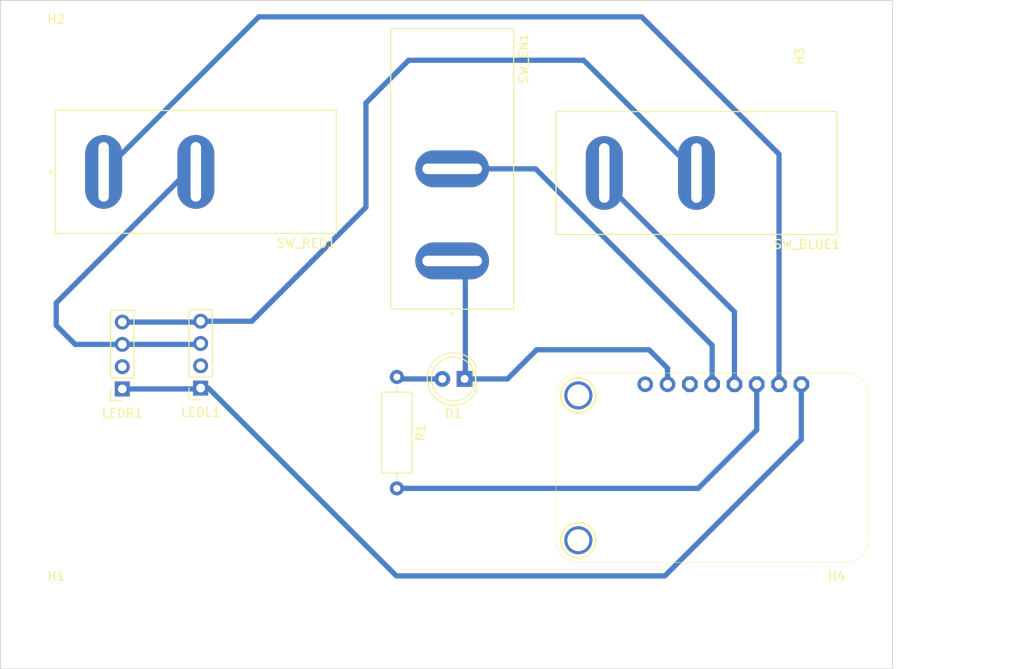
<source format=kicad_pcb>
(kicad_pcb (version 20240108) (generator "pcbnew") (generator_version "8.0")
  (layers (0 "F.Cu" signal) (31 "B.Cu" signal) (34 "B.Paste" user) (35 "F.Paste" user) (36 "B.SilkS" user "B.Silkscreen") (37 "F.SilkS" user "F.Silkscreen") (38 "B.Mask" user) (39 "F.Mask" user) (44 "Edge.Cuts" user))
  (net 0 "")
  (net 1 "/GND")
  (net 2 "Net-(D1-A)")
  (net 3 "/LEDB")
  (net 4 "/5V")
  (net 5 "/LEDR")
  (net 6 "/LB")
  (net 7 "/EN")
  (footprint "MountingHole:MountingHole_3.2mm_M3" (layer "F.Cu") (at 106.27 46.38)
    (property "Reference" "H2" (at 0 -4.2 0) (layer "F.SilkS"))
    (property "Value" "MountingHole")
    (pad "" np_thru_hole circle (at 0 0) (size 3.2 3.2) (drill 3.2) (layers "*.Cu" "*.Mask"))
  )
  (footprint "LED_THT:LED_D5.0mm" (layer "F.Cu") (at 152.79 83.175 180)
    (property "Reference" "D1" (at 1.27 -3.96 0) (layer "F.SilkS"))
    (property "Value" "LB_LED")
    (fp_line (start -1.29 -1.545) (end -1.29 1.545) (stroke (width 0.12)) (layer "F.SilkS"))
    (fp_arc (start 4.26 -0.000462) (mid 2.072002 2.880433) (end -1.29 1.54483) (stroke (width 0.12)) (layer "F.SilkS"))
    (fp_arc (start -1.29 -1.54483) (mid 2.072002 -2.880433) (end 4.26 0.000462) (stroke (width 0.12)) (layer "F.SilkS"))
    (fp_circle (center 1.27 0) (end 3.77 0) (stroke (width 0.12)) (fill none) (layer "F.SilkS"))
    (pad "1" thru_hole rect (at 0 0 180) (size 1.8 1.8) (drill 0.9) (layers "*.Cu" "*.Mask") (net 1 "/GND"))
    (pad "2" thru_hole circle (at 2.54 0 180) (size 1.8 1.8) (drill 0.9) (layers "*.Cu" "*.Mask") (net 2 "Net-(D1-A)"))
  )
  (footprint "MountingHole:MountingHole_3.2mm_M3" (layer "F.Cu") (at 195.17 109.88)
    (property "Reference" "H4" (at 0 -4.2 0) (layer "F.SilkS"))
    (property "Value" "MountingHole")
    (pad "" np_thru_hole circle (at 0 0) (size 3.2 3.2) (drill 3.2) (layers "*.Cu" "*.Mask"))
  )
  (footprint "RB141C1100:SW_RB141C1100" (layer "F.Cu") (at 122.175 59.575 180)
    (property "Reference" "SW_RED1" (at -12.575 -8.135 0) (layer "F.SilkS"))
    (property "Value" "SW_SPST")
    (fp_line (start 16 7) (end 16 -7) (stroke (width 0.127)) (layer "F.SilkS"))
    (fp_line (start 16 -7) (end -16 -7) (stroke (width 0.127)) (layer "F.SilkS"))
    (fp_line (start -16 7) (end 16 7) (stroke (width 0.127)) (layer "F.SilkS"))
    (fp_line (start -16 -7) (end -16 7) (stroke (width 0.127)) (layer "F.SilkS"))
    (fp_circle (center 16.5 0) (end 16.6 0) (stroke (width 0.2)) (fill none) (layer "F.SilkS"))
    (pad "1" thru_hole oval (at 10.5 0 180) (size 4.2 8.4) (drill oval 1.2 6.8) (layers "*.Cu" "*.Mask") (net 1 "/GND"))
    (pad "2" thru_hole oval (at 0 0 180) (size 4.2 8.4) (drill oval 1.2 6.8) (layers "*.Cu" "*.Mask") (net 5 "/LEDR"))
  )
  (footprint "Resistor_THT:R_Axial_DIN0309_L9.0mm_D3.2mm_P12.70mm_Horizontal" (layer "F.Cu") (at 145.075 82.95 -90)
    (property "Reference" "R1" (at 6.35 -2.72 90) (layer "F.SilkS"))
    (property "Value" "220")
    (fp_line (start 1.73 1.72) (end 10.97 1.72) (stroke (width 0.12)) (layer "F.SilkS"))
    (fp_line (start 10.97 1.72) (end 10.97 -1.72) (stroke (width 0.12)) (layer "F.SilkS"))
    (fp_line (start 1.04 0) (end 1.73 0) (stroke (width 0.12)) (layer "F.SilkS"))
    (fp_line (start 11.66 0) (end 10.97 0) (stroke (width 0.12)) (layer "F.SilkS"))
    (fp_line (start 1.73 -1.72) (end 1.73 1.72) (stroke (width 0.12)) (layer "F.SilkS"))
    (fp_line (start 10.97 -1.72) (end 1.73 -1.72) (stroke (width 0.12)) (layer "F.SilkS"))
    (pad "1" thru_hole circle (at 0 0 270) (size 1.6 1.6) (drill 0.8) (layers "*.Cu" "*.Mask") (net 2 "Net-(D1-A)"))
    (pad "2" thru_hole oval (at 12.7 0 270) (size 1.6 1.6) (drill 0.8) (layers "*.Cu" "*.Mask") (net 6 "/LB"))
  )
  (footprint "PowerBoostCharger:1X06-CLEANBIG" (layer "F.Cu") (at 184.795 83.78)
    (property "Reference" "JP1" (hide yes))
    (property "Value" "" (hide yes))
    (pad "1" thru_hole roundrect (at -6.35 0 90) (size 1.778 1.778) (drill 1.016) (layers "*.Cu" "*.Mask") (chamfer_ratio 0.2928932188) (chamfer top_left top_right bottom_left bottom_right))
    (pad "2" thru_hole roundrect (at -3.81 0 90) (size 1.778 1.778) (drill 1.016) (layers "*.Cu" "*.Mask") (chamfer_ratio 0.2928932188) (chamfer top_left top_right bottom_left bottom_right) (net 7 "/EN"))
    (pad "3" thru_hole roundrect (at -1.27 0 90) (size 1.778 1.778) (drill 1.016) (layers "*.Cu" "*.Mask") (chamfer_ratio 0.2928932188) (chamfer top_left top_right bottom_left bottom_right) (net 1 "/GND"))
    (pad "4" thru_hole roundrect (at 1.27 0 90) (size 1.778 1.778) (drill 1.016) (layers "*.Cu" "*.Mask") (chamfer_ratio 0.2928932188) (chamfer top_left top_right bottom_left bottom_right) (net 6 "/LB"))
    (pad "5" thru_hole roundrect (at 3.81 0 90) (size 1.778 1.778) (drill 1.016) (layers "*.Cu" "*.Mask") (chamfer_ratio 0.2928932188) (chamfer top_left top_right bottom_left bottom_right) (net 1 "/GND"))
    (pad "6" thru_hole roundrect (at 6.35 0 90) (size 1.778 1.778) (drill 1.016) (layers "*.Cu" "*.Mask") (chamfer_ratio 0.2928932188) (chamfer top_left top_right bottom_left bottom_right) (net 4 "/5V"))
  )
  (footprint "PowerBoostCharger:MOUNTINGHOLE_2.5_PLATED" (layer "F.Cu") (at 165.745 101.56)
    (property "Reference" "U$12" (hide yes))
    (property "Value" "MOUNTINGHOLE2.5" (hide yes))
    (fp_circle (center 0 0) (end 2 0) (stroke (width 0.2032)) (fill none) (layer "F.SilkS"))
    (pad "P$1" thru_hole circle (at 0 0) (size 3.2 3.2) (drill 2.5) (layers "*.Cu" "*.Mask"))
  )
  (footprint "MountingHole:MountingHole_3.2mm_M3" (layer "F.Cu") (at 106.27 109.88)
    (property "Reference" "H1" (at 0 -4.2 0) (layer "F.SilkS"))
    (property "Value" "MountingHole")
    (pad "" np_thru_hole circle (at 0 0) (size 3.2 3.2) (drill 3.2) (layers "*.Cu" "*.Mask"))
  )
  (footprint "Connector_PinSocket_2.54mm:PinSocket_1x04_P2.54mm_Vertical" (layer "F.Cu") (at 113.8 84.315 180)
    (property "Reference" "LEDR1" (at 0 -2.77 0) (layer "F.SilkS"))
    (property "Value" "Conn_01x04")
    (fp_line (start 1.33 1.27) (end 1.33 8.95) (stroke (width 0.12)) (layer "F.SilkS"))
    (fp_line (start 1.33 -1.33) (end 1.33 0) (stroke (width 0.12)) (layer "F.SilkS"))
    (fp_line (start 0 -1.33) (end 1.33 -1.33) (stroke (width 0.12)) (layer "F.SilkS"))
    (fp_line (start -1.33 8.95) (end 1.33 8.95) (stroke (width 0.12)) (layer "F.SilkS"))
    (fp_line (start -1.33 1.27) (end 1.33 1.27) (stroke (width 0.12)) (layer "F.SilkS"))
    (fp_line (start -1.33 1.27) (end -1.33 8.95) (stroke (width 0.12)) (layer "F.SilkS"))
    (pad "1" thru_hole rect (at 0 0 180) (size 1.7 1.7) (drill 1) (layers "*.Cu" "*.Mask") (net 4 "/5V"))
    (pad "2" thru_hole oval (at 0 2.54 180) (size 1.7 1.7) (drill 1) (layers "*.Cu" "*.Mask"))
    (pad "3" thru_hole oval (at 0 5.08 180) (size 1.7 1.7) (drill 1) (layers "*.Cu" "*.Mask") (net 5 "/LEDR"))
    (pad "4" thru_hole oval (at 0 7.62 180) (size 1.7 1.7) (drill 1) (layers "*.Cu" "*.Mask") (net 3 "/LEDB"))
  )
  (footprint "MountingHole:MountingHole_3.2mm_M3" (layer "F.Cu") (at 195.17 46.38 90)
    (property "Reference" "H3" (at 0 -4.2 90) (layer "F.SilkS"))
    (property "Value" "MountingHole")
    (pad "" np_thru_hole circle (at 0 0 90) (size 3.2 3.2) (drill 3.2) (layers "*.Cu" "*.Mask"))
  )
  (footprint "PowerBoostCharger:1X02_ROUND" (layer "F.Cu") (at 174.635 83.78)
    (property "Reference" "JP2" (hide yes))
    (property "Value" "" (hide yes))
    (pad "1" thru_hole circle (at -1.27 0 90) (size 1.778 1.778) (drill 1) (layers "*.Cu" "*.Mask"))
    (pad "2" thru_hole circle (at 1.27 0 90) (size 1.778 1.778) (drill 1) (layers "*.Cu" "*.Mask") (net 1 "/GND"))
  )
  (footprint "Connector_PinSocket_2.54mm:PinSocket_1x04_P2.54mm_Vertical" (layer "F.Cu") (at 122.725 84.215 180)
    (property "Reference" "LEDL1" (at 0 -2.77 0) (layer "F.SilkS"))
    (property "Value" "Conn_01x04")
    (fp_line (start 1.33 1.27) (end 1.33 8.95) (stroke (width 0.12)) (layer "F.SilkS"))
    (fp_line (start 1.33 -1.33) (end 1.33 0) (stroke (width 0.12)) (layer "F.SilkS"))
    (fp_line (start 0 -1.33) (end 1.33 -1.33) (stroke (width 0.12)) (layer "F.SilkS"))
    (fp_line (start -1.33 8.95) (end 1.33 8.95) (stroke (width 0.12)) (layer "F.SilkS"))
    (fp_line (start -1.33 1.27) (end 1.33 1.27) (stroke (width 0.12)) (layer "F.SilkS"))
    (fp_line (start -1.33 1.27) (end -1.33 8.95) (stroke (width 0.12)) (layer "F.SilkS"))
    (pad "1" thru_hole rect (at 0 0 180) (size 1.7 1.7) (drill 1) (layers "*.Cu" "*.Mask") (net 4 "/5V"))
    (pad "2" thru_hole oval (at 0 2.54 180) (size 1.7 1.7) (drill 1) (layers "*.Cu" "*.Mask"))
    (pad "3" thru_hole oval (at 0 5.08 180) (size 1.7 1.7) (drill 1) (layers "*.Cu" "*.Mask") (net 5 "/LEDR"))
    (pad "4" thru_hole oval (at 0 7.62 180) (size 1.7 1.7) (drill 1) (layers "*.Cu" "*.Mask") (net 3 "/LEDB"))
  )
  (footprint "RB141C1100:SW_RB141C1100" (layer "F.Cu") (at 151.375 59.225 -90)
    (property "Reference" "SW_EN1" (at -12.575 -8.135 90) (layer "F.SilkS"))
    (property "Value" "SW_SPST")
    (fp_line (start -16 7) (end 16 7) (stroke (width 0.127)) (layer "F.SilkS"))
    (fp_line (start 16 7) (end 16 -7) (stroke (width 0.127)) (layer "F.SilkS"))
    (fp_line (start -16 -7) (end -16 7) (stroke (width 0.127)) (layer "F.SilkS"))
    (fp_line (start 16 -7) (end -16 -7) (stroke (width 0.127)) (layer "F.SilkS"))
    (fp_circle (center 16.5 0) (end 16.6 0) (stroke (width 0.2)) (fill none) (layer "F.SilkS"))
    (pad "1" thru_hole oval (at 10.5 0 270) (size 4.2 8.4) (drill oval 1.2 6.8) (layers "*.Cu" "*.Mask") (net 1 "/GND"))
    (pad "2" thru_hole oval (at 0 0 270) (size 4.2 8.4) (drill oval 1.2 6.8) (layers "*.Cu" "*.Mask") (net 7 "/EN"))
  )
  (footprint "PowerBoostCharger:MOUNTINGHOLE_2.5_PLATED" (layer "F.Cu") (at 165.745 85.05)
    (property "Reference" "U$10" (hide yes))
    (property "Value" "MOUNTINGHOLE2.5" (hide yes))
    (fp_circle (center 0 0) (end 2 0) (stroke (width 0.2032)) (fill none) (layer "F.SilkS"))
    (pad "P$1" thru_hole circle (at 0 0) (size 3.2 3.2) (drill 2.5) (layers "*.Cu" "*.Mask"))
  )
  (footprint "RB141C1100:SW_RB141C1100" (layer "F.Cu") (at 179.2 59.7 180)
    (property "Reference" "SW_BLUE1" (at -12.575 -8.135 0) (layer "F.SilkS"))
    (property "Value" "SW_SPST")
    (fp_line (start 16 7) (end 16 -7) (stroke (width 0.127)) (layer "F.SilkS"))
    (fp_line (start 16 -7) (end -16 -7) (stroke (width 0.127)) (layer "F.SilkS"))
    (fp_line (start -16 7) (end 16 7) (stroke (width 0.127)) (layer "F.SilkS"))
    (fp_line (start -16 -7) (end -16 7) (stroke (width 0.127)) (layer "F.SilkS"))
    (fp_circle (center 16.5 0) (end 16.6 0) (stroke (width 0.2)) (fill none) (layer "F.SilkS"))
    (pad "1" thru_hole oval (at 10.5 0 180) (size 4.2 8.4) (drill oval 1.2 6.8) (layers "*.Cu" "*.Mask") (net 1 "/GND"))
    (pad "2" thru_hole oval (at 0 0 180) (size 4.2 8.4) (drill oval 1.2 6.8) (layers "*.Cu" "*.Mask") (net 3 "/LEDB"))
  )
  (gr_arc (start 165.745 104.1) (mid 163.948949 103.356051) (end 163.205 101.56) (stroke (width 0.05)) (layer "F.SilkS"))
  (gr_arc (start 163.205 85.05) (mid 163.948949 83.253949) (end 165.745 82.51) (stroke (width 0.05)) (layer "F.SilkS"))
  (gr_line (start 196.606 82.51) (end 165.745 82.51) (stroke (width 0.05)) (layer "F.SilkS"))
  (gr_line (start 163.205 85.05) (end 163.205 101.56) (stroke (width 0.05)) (layer "F.SilkS"))
  (gr_arc (start 196.606 82.51) (mid 198.211551 83.332856) (end 198.765 85.05) (stroke (width 0.05)) (layer "F.SilkS"))
  (gr_line (start 165.745 104.1) (end 196.225 104.1) (stroke (width 0.05)) (layer "F.SilkS"))
  (gr_line (start 198.765 101.56) (end 198.765 85.05) (stroke (width 0.05)) (layer "F.SilkS"))
  (gr_arc (start 198.765 101.56) (mid 198.021051 103.356051) (end 196.225 104.1) (stroke (width 0.05)) (layer "F.SilkS"))
  (gr_rect (start 99.92 40.03) (end 201.52 116.23) (stroke (width 0.1)) (fill none) (layer "Edge.Cuts"))
  (segment (start 157.675 83.175) (end 161 79.85) (width 0.6) (layer "B.Cu") (net 1))
  (segment (start 183.525 75.525) (end 183.525 83.78) (width 0.6) (layer "B.Cu") (net 1))
  (segment (start 129.35 41.9) (end 172.95 41.9) (width 0.6) (layer "B.Cu") (net 1))
  (segment (start 168.7 59.7) (end 168.7 60.7) (width 0.6) (layer "B.Cu") (net 1))
  (segment (start 152.875 83.09) (end 152.79 83.175) (width 0.6) (layer "B.Cu") (net 1))
  (segment (start 111.675 59.575) (end 129.35 41.9) (width 0.6) (layer "B.Cu") (net 1))
  (segment (start 152.875 71.225) (end 152.875 83.09) (width 0.6) (layer "B.Cu") (net 1))
  (segment (start 168.7 60.7) (end 183.525 75.525) (width 0.6) (layer "B.Cu") (net 1))
  (segment (start 151.375 69.725) (end 152.875 71.225) (width 0.6) (layer "B.Cu") (net 1))
  (segment (start 161 79.85) (end 173.8 79.85) (width 0.6) (layer "B.Cu") (net 1))
  (segment (start 172.95 41.9) (end 188.605 57.555) (width 0.6) (layer "B.Cu") (net 1))
  (segment (start 175.905 81.955) (end 175.905 83.78) (width 0.6) (layer "B.Cu") (net 1))
  (segment (start 188.605 57.555) (end 188.605 83.78) (width 0.6) (layer "B.Cu") (net 1))
  (segment (start 173.8 79.85) (end 175.905 81.955) (width 0.6) (layer "B.Cu") (net 1))
  (segment (start 152.79 83.175) (end 157.675 83.175) (width 0.6) (layer "B.Cu") (net 1))
  (segment (start 145.3 83.175) (end 145.075 82.95) (width 0.6) (layer "B.Cu") (net 2))
  (segment (start 150.25 83.175) (end 145.3 83.175) (width 0.6) (layer "B.Cu") (net 2))
  (segment (start 113.8 76.695) (end 122.625 76.695) (width 0.6) (layer "B.Cu") (net 3))
  (segment (start 141.55 63.6) (end 141.55 51.725) (width 0.6) (layer "B.Cu") (net 3))
  (segment (start 122.725 76.595) (end 128.555 76.595) (width 0.6) (layer "B.Cu") (net 3))
  (segment (start 146.425 46.85) (end 166.35 46.85) (width 0.6) (layer "B.Cu") (net 3))
  (segment (start 122.625 76.695) (end 122.725 76.595) (width 0.6) (layer "B.Cu") (net 3))
  (segment (start 128.555 76.595) (end 141.55 63.6) (width 0.6) (layer "B.Cu") (net 3))
  (segment (start 141.55 51.725) (end 146.425 46.85) (width 0.6) (layer "B.Cu") (net 3))
  (segment (start 166.35 46.85) (end 179.2 59.7) (width 0.6) (layer "B.Cu") (net 3))
  (segment (start 123.603299 84.215) (end 122.725 84.215) (width 0.6) (layer "B.Cu") (net 4))
  (segment (start 113.8 84.315) (end 122.625 84.315) (width 0.6) (layer "B.Cu") (net 4))
  (segment (start 145.013299 105.625) (end 123.603299 84.215) (width 0.6) (layer "B.Cu") (net 4))
  (segment (start 175.6 105.625) (end 145.013299 105.625) (width 0.6) (layer "B.Cu") (net 4))
  (segment (start 122.625 84.315) (end 122.725 84.215) (width 0.6) (layer "B.Cu") (net 4))
  (segment (start 191.145 83.78) (end 191.145 90.08) (width 0.6) (layer "B.Cu") (net 4))
  (segment (start 191.145 90.08) (end 175.6 105.625) (width 0.6) (layer "B.Cu") (net 4))
  (segment (start 106.275 77.075) (end 106.275 74.5) (width 0.6) (layer "B.Cu") (net 5))
  (segment (start 121.2 59.575) (end 122.175 59.575) (width 0.6) (layer "B.Cu") (net 5))
  (segment (start 106.275 74.5) (end 121.2 59.575) (width 0.6) (layer "B.Cu") (net 5))
  (segment (start 113.8 79.235) (end 108.435 79.235) (width 0.6) (layer "B.Cu") (net 5))
  (segment (start 122.175 59.575) (end 122.175 61.875) (width 0.6) (layer "B.Cu") (net 5))
  (segment (start 113.8 79.235) (end 122.625 79.235) (width 0.6) (layer "B.Cu") (net 5))
  (segment (start 108.435 79.235) (end 106.275 77.075) (width 0.6) (layer "B.Cu") (net 5))
  (segment (start 122.625 79.235) (end 122.725 79.135) (width 0.6) (layer "B.Cu") (net 5))
  (segment (start 186.065 88.985) (end 186.065 83.78) (width 0.6) (layer "B.Cu") (net 6))
  (segment (start 145.075 95.65) (end 179.4 95.65) (width 0.6) (layer "B.Cu") (net 6))
  (segment (start 179.4 95.65) (end 186.065 88.985) (width 0.6) (layer "B.Cu") (net 6))
  (segment (start 151.375 59.225) (end 160.875 59.225) (width 0.6) (layer "B.Cu") (net 7))
  (segment (start 160.875 59.225) (end 180.985 79.335) (width 0.6) (layer "B.Cu") (net 7))
  (segment (start 180.985 79.335) (end 180.985 83.78) (width 0.6) (layer "B.Cu") (net 7))
)
</source>
